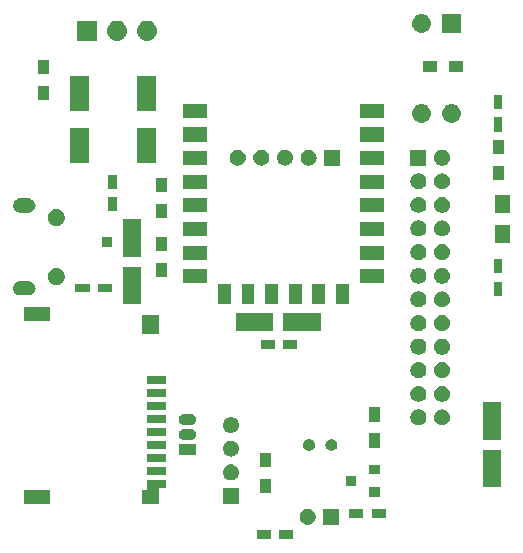
<source format=gbs>
G04 #@! TF.GenerationSoftware,KiCad,Pcbnew,(5.0.2)-1*
G04 #@! TF.CreationDate,2020-07-22T07:53:01+02:00*
G04 #@! TF.ProjectId,32mz_gauge_main_v31,33326d7a-5f67-4617-9567-655f6d61696e,rev?*
G04 #@! TF.SameCoordinates,Original*
G04 #@! TF.FileFunction,Soldermask,Bot*
G04 #@! TF.FilePolarity,Negative*
%FSLAX46Y46*%
G04 Gerber Fmt 4.6, Leading zero omitted, Abs format (unit mm)*
G04 Created by KiCad (PCBNEW (5.0.2)-1) date 7/22/2020 07:53:01*
%MOMM*%
%LPD*%
G01*
G04 APERTURE LIST*
%ADD10C,0.100000*%
G04 APERTURE END LIST*
D10*
G36*
X113246500Y-114675000D02*
X112046500Y-114675000D01*
X112046500Y-113925000D01*
X113246500Y-113925000D01*
X113246500Y-114675000D01*
X113246500Y-114675000D01*
G37*
G36*
X111346500Y-114675000D02*
X110146500Y-114675000D01*
X110146500Y-113925000D01*
X111346500Y-113925000D01*
X111346500Y-114675000D01*
X111346500Y-114675000D01*
G37*
G36*
X114591323Y-112110767D02*
X114718561Y-112149364D01*
X114835824Y-112212042D01*
X114938606Y-112296394D01*
X115022958Y-112399176D01*
X115085636Y-112516439D01*
X115124233Y-112643677D01*
X115137266Y-112776000D01*
X115124233Y-112908323D01*
X115085636Y-113035561D01*
X115022958Y-113152824D01*
X114938606Y-113255606D01*
X114835824Y-113339958D01*
X114718561Y-113402636D01*
X114591323Y-113441233D01*
X114492159Y-113451000D01*
X114425841Y-113451000D01*
X114326677Y-113441233D01*
X114199439Y-113402636D01*
X114082176Y-113339958D01*
X113979394Y-113255606D01*
X113895042Y-113152824D01*
X113832364Y-113035561D01*
X113793767Y-112908323D01*
X113780734Y-112776000D01*
X113793767Y-112643677D01*
X113832364Y-112516439D01*
X113895042Y-112399176D01*
X113979394Y-112296394D01*
X114082176Y-112212042D01*
X114199439Y-112149364D01*
X114326677Y-112110767D01*
X114425841Y-112101000D01*
X114492159Y-112101000D01*
X114591323Y-112110767D01*
X114591323Y-112110767D01*
G37*
G36*
X117134000Y-113451000D02*
X115784000Y-113451000D01*
X115784000Y-112101000D01*
X117134000Y-112101000D01*
X117134000Y-113451000D01*
X117134000Y-113451000D01*
G37*
G36*
X121057000Y-112897000D02*
X119857000Y-112897000D01*
X119857000Y-112147000D01*
X121057000Y-112147000D01*
X121057000Y-112897000D01*
X121057000Y-112897000D01*
G37*
G36*
X119157000Y-112897000D02*
X117957000Y-112897000D01*
X117957000Y-112147000D01*
X119157000Y-112147000D01*
X119157000Y-112897000D01*
X119157000Y-112897000D01*
G37*
G36*
X92622500Y-111728000D02*
X90422500Y-111728000D01*
X90422500Y-110528000D01*
X92622500Y-110528000D01*
X92622500Y-111728000D01*
X92622500Y-111728000D01*
G37*
G36*
X102422500Y-110328000D02*
X101947500Y-110328000D01*
X101923114Y-110330402D01*
X101899665Y-110337515D01*
X101878054Y-110349066D01*
X101859112Y-110364612D01*
X101843566Y-110383554D01*
X101832015Y-110405165D01*
X101824902Y-110428614D01*
X101822500Y-110453000D01*
X101822500Y-111728000D01*
X100422500Y-111728000D01*
X100422500Y-110528000D01*
X100697500Y-110528000D01*
X100721886Y-110525598D01*
X100745335Y-110518485D01*
X100766946Y-110506934D01*
X100785888Y-110491388D01*
X100801434Y-110472446D01*
X100812985Y-110450835D01*
X100820098Y-110427386D01*
X100822500Y-110403000D01*
X100822500Y-109628000D01*
X102422500Y-109628000D01*
X102422500Y-110328000D01*
X102422500Y-110328000D01*
G37*
G36*
X108625000Y-111673000D02*
X107275000Y-111673000D01*
X107275000Y-110323000D01*
X108625000Y-110323000D01*
X108625000Y-111673000D01*
X108625000Y-111673000D01*
G37*
G36*
X120576000Y-111078000D02*
X119676000Y-111078000D01*
X119676000Y-110278000D01*
X120576000Y-110278000D01*
X120576000Y-111078000D01*
X120576000Y-111078000D01*
G37*
G36*
X111321000Y-110793000D02*
X110421000Y-110793000D01*
X110421000Y-109593000D01*
X111321000Y-109593000D01*
X111321000Y-110793000D01*
X111321000Y-110793000D01*
G37*
G36*
X130798000Y-110280000D02*
X129298000Y-110280000D01*
X129298000Y-107080000D01*
X130798000Y-107080000D01*
X130798000Y-110280000D01*
X130798000Y-110280000D01*
G37*
G36*
X118576000Y-110128000D02*
X117676000Y-110128000D01*
X117676000Y-109328000D01*
X118576000Y-109328000D01*
X118576000Y-110128000D01*
X118576000Y-110128000D01*
G37*
G36*
X108082323Y-108332767D02*
X108209561Y-108371364D01*
X108326824Y-108434042D01*
X108429606Y-108518394D01*
X108513958Y-108621176D01*
X108576636Y-108738439D01*
X108615233Y-108865677D01*
X108628266Y-108998000D01*
X108615233Y-109130323D01*
X108576636Y-109257561D01*
X108513958Y-109374824D01*
X108429606Y-109477606D01*
X108326824Y-109561958D01*
X108209561Y-109624636D01*
X108082323Y-109663233D01*
X107983159Y-109673000D01*
X107916841Y-109673000D01*
X107817677Y-109663233D01*
X107690439Y-109624636D01*
X107573176Y-109561958D01*
X107470394Y-109477606D01*
X107386042Y-109374824D01*
X107323364Y-109257561D01*
X107284767Y-109130323D01*
X107271734Y-108998000D01*
X107284767Y-108865677D01*
X107323364Y-108738439D01*
X107386042Y-108621176D01*
X107470394Y-108518394D01*
X107573176Y-108434042D01*
X107690439Y-108371364D01*
X107817677Y-108332767D01*
X107916841Y-108323000D01*
X107983159Y-108323000D01*
X108082323Y-108332767D01*
X108082323Y-108332767D01*
G37*
G36*
X102422500Y-109228000D02*
X100822500Y-109228000D01*
X100822500Y-108528000D01*
X102422500Y-108528000D01*
X102422500Y-109228000D01*
X102422500Y-109228000D01*
G37*
G36*
X120576000Y-109178000D02*
X119676000Y-109178000D01*
X119676000Y-108378000D01*
X120576000Y-108378000D01*
X120576000Y-109178000D01*
X120576000Y-109178000D01*
G37*
G36*
X111321000Y-108593000D02*
X110421000Y-108593000D01*
X110421000Y-107393000D01*
X111321000Y-107393000D01*
X111321000Y-108593000D01*
X111321000Y-108593000D01*
G37*
G36*
X102422500Y-108128000D02*
X100822500Y-108128000D01*
X100822500Y-107428000D01*
X102422500Y-107428000D01*
X102422500Y-108128000D01*
X102422500Y-108128000D01*
G37*
G36*
X108082323Y-106332767D02*
X108209561Y-106371364D01*
X108326824Y-106434042D01*
X108429606Y-106518394D01*
X108513958Y-106621176D01*
X108576636Y-106738439D01*
X108615233Y-106865677D01*
X108628266Y-106998000D01*
X108615233Y-107130323D01*
X108576636Y-107257561D01*
X108513958Y-107374824D01*
X108429606Y-107477606D01*
X108326824Y-107561958D01*
X108209561Y-107624636D01*
X108082323Y-107663233D01*
X107983159Y-107673000D01*
X107916841Y-107673000D01*
X107817677Y-107663233D01*
X107690439Y-107624636D01*
X107573176Y-107561958D01*
X107470394Y-107477606D01*
X107386042Y-107374824D01*
X107323364Y-107257561D01*
X107284767Y-107130323D01*
X107271734Y-106998000D01*
X107284767Y-106865677D01*
X107323364Y-106738439D01*
X107386042Y-106621176D01*
X107470394Y-106518394D01*
X107573176Y-106434042D01*
X107690439Y-106371364D01*
X107817677Y-106332767D01*
X107916841Y-106323000D01*
X107983159Y-106323000D01*
X108082323Y-106332767D01*
X108082323Y-106332767D01*
G37*
G36*
X105017000Y-107511000D02*
X103517000Y-107511000D01*
X103517000Y-106611000D01*
X105017000Y-106611000D01*
X105017000Y-107511000D01*
X105017000Y-107511000D01*
G37*
G36*
X116599845Y-106199215D02*
X116690839Y-106236906D01*
X116696966Y-106241000D01*
X116772734Y-106291627D01*
X116842373Y-106361266D01*
X116842375Y-106361269D01*
X116897094Y-106443161D01*
X116934785Y-106534155D01*
X116950071Y-106611000D01*
X116954000Y-106630755D01*
X116954000Y-106729245D01*
X116934785Y-106825845D01*
X116897095Y-106916837D01*
X116842373Y-106998734D01*
X116772734Y-107068373D01*
X116772731Y-107068375D01*
X116690839Y-107123094D01*
X116690838Y-107123095D01*
X116690837Y-107123095D01*
X116673387Y-107130323D01*
X116599845Y-107160785D01*
X116503246Y-107180000D01*
X116404754Y-107180000D01*
X116308155Y-107160785D01*
X116234613Y-107130323D01*
X116217163Y-107123095D01*
X116217162Y-107123095D01*
X116217161Y-107123094D01*
X116135269Y-107068375D01*
X116135266Y-107068373D01*
X116065627Y-106998734D01*
X116010905Y-106916837D01*
X115973215Y-106825845D01*
X115954000Y-106729245D01*
X115954000Y-106630755D01*
X115957930Y-106611000D01*
X115973215Y-106534155D01*
X116010906Y-106443161D01*
X116065625Y-106361269D01*
X116065627Y-106361266D01*
X116135266Y-106291627D01*
X116211034Y-106241000D01*
X116217161Y-106236906D01*
X116308155Y-106199215D01*
X116404754Y-106180000D01*
X116503246Y-106180000D01*
X116599845Y-106199215D01*
X116599845Y-106199215D01*
G37*
G36*
X114699845Y-106199215D02*
X114790839Y-106236906D01*
X114796966Y-106241000D01*
X114872734Y-106291627D01*
X114942373Y-106361266D01*
X114942375Y-106361269D01*
X114997094Y-106443161D01*
X115034785Y-106534155D01*
X115050071Y-106611000D01*
X115054000Y-106630755D01*
X115054000Y-106729245D01*
X115034785Y-106825845D01*
X114997095Y-106916837D01*
X114942373Y-106998734D01*
X114872734Y-107068373D01*
X114872731Y-107068375D01*
X114790839Y-107123094D01*
X114790838Y-107123095D01*
X114790837Y-107123095D01*
X114773387Y-107130323D01*
X114699845Y-107160785D01*
X114603246Y-107180000D01*
X114504754Y-107180000D01*
X114408155Y-107160785D01*
X114334613Y-107130323D01*
X114317163Y-107123095D01*
X114317162Y-107123095D01*
X114317161Y-107123094D01*
X114235269Y-107068375D01*
X114235266Y-107068373D01*
X114165627Y-106998734D01*
X114110905Y-106916837D01*
X114073215Y-106825845D01*
X114054000Y-106729245D01*
X114054000Y-106630755D01*
X114057930Y-106611000D01*
X114073215Y-106534155D01*
X114110906Y-106443161D01*
X114165625Y-106361269D01*
X114165627Y-106361266D01*
X114235266Y-106291627D01*
X114311034Y-106241000D01*
X114317161Y-106236906D01*
X114408155Y-106199215D01*
X114504754Y-106180000D01*
X114603246Y-106180000D01*
X114699845Y-106199215D01*
X114699845Y-106199215D01*
G37*
G36*
X102422500Y-107028000D02*
X100822500Y-107028000D01*
X100822500Y-106328000D01*
X102422500Y-106328000D01*
X102422500Y-107028000D01*
X102422500Y-107028000D01*
G37*
G36*
X120528500Y-106919500D02*
X119628500Y-106919500D01*
X119628500Y-105719500D01*
X120528500Y-105719500D01*
X120528500Y-106919500D01*
X120528500Y-106919500D01*
G37*
G36*
X130798000Y-106280000D02*
X129298000Y-106280000D01*
X129298000Y-103080000D01*
X130798000Y-103080000D01*
X130798000Y-106280000D01*
X130798000Y-106280000D01*
G37*
G36*
X104622160Y-105344255D02*
X104655215Y-105347511D01*
X104697628Y-105360377D01*
X104740042Y-105373243D01*
X104818217Y-105415029D01*
X104886738Y-105471262D01*
X104942971Y-105539783D01*
X104984757Y-105617958D01*
X105010489Y-105702786D01*
X105019177Y-105791000D01*
X105010489Y-105879214D01*
X104984757Y-105964042D01*
X104942971Y-106042217D01*
X104886738Y-106110738D01*
X104818217Y-106166971D01*
X104740042Y-106208757D01*
X104697628Y-106221623D01*
X104655215Y-106234489D01*
X104630684Y-106236905D01*
X104589106Y-106241000D01*
X103944894Y-106241000D01*
X103903316Y-106236905D01*
X103878785Y-106234489D01*
X103836372Y-106221623D01*
X103793958Y-106208757D01*
X103715783Y-106166971D01*
X103647262Y-106110738D01*
X103591029Y-106042217D01*
X103549243Y-105964042D01*
X103523511Y-105879214D01*
X103514823Y-105791000D01*
X103523511Y-105702786D01*
X103549243Y-105617958D01*
X103591029Y-105539783D01*
X103647262Y-105471262D01*
X103715783Y-105415029D01*
X103793958Y-105373243D01*
X103836372Y-105360377D01*
X103878785Y-105347511D01*
X103911840Y-105344255D01*
X103944894Y-105341000D01*
X104589106Y-105341000D01*
X104622160Y-105344255D01*
X104622160Y-105344255D01*
G37*
G36*
X102422500Y-105928000D02*
X100822500Y-105928000D01*
X100822500Y-105228000D01*
X102422500Y-105228000D01*
X102422500Y-105928000D01*
X102422500Y-105928000D01*
G37*
G36*
X108082323Y-104332767D02*
X108209561Y-104371364D01*
X108326824Y-104434042D01*
X108429606Y-104518394D01*
X108513958Y-104621176D01*
X108576636Y-104738439D01*
X108615233Y-104865677D01*
X108628266Y-104998000D01*
X108615233Y-105130323D01*
X108576636Y-105257561D01*
X108513958Y-105374824D01*
X108429606Y-105477606D01*
X108326824Y-105561958D01*
X108209561Y-105624636D01*
X108082323Y-105663233D01*
X107983159Y-105673000D01*
X107916841Y-105673000D01*
X107817677Y-105663233D01*
X107690439Y-105624636D01*
X107573176Y-105561958D01*
X107470394Y-105477606D01*
X107386042Y-105374824D01*
X107323364Y-105257561D01*
X107284767Y-105130323D01*
X107271734Y-104998000D01*
X107284767Y-104865677D01*
X107323364Y-104738439D01*
X107386042Y-104621176D01*
X107470394Y-104518394D01*
X107573176Y-104434042D01*
X107690439Y-104371364D01*
X107817677Y-104332767D01*
X107916841Y-104323000D01*
X107983159Y-104323000D01*
X108082323Y-104332767D01*
X108082323Y-104332767D01*
G37*
G36*
X126021888Y-103710439D02*
X126144733Y-103761323D01*
X126255290Y-103835195D01*
X126349305Y-103929210D01*
X126423177Y-104039767D01*
X126474061Y-104162612D01*
X126500000Y-104293017D01*
X126500000Y-104425983D01*
X126474061Y-104556388D01*
X126423177Y-104679233D01*
X126349305Y-104789790D01*
X126255290Y-104883805D01*
X126144733Y-104957677D01*
X126021888Y-105008561D01*
X125891483Y-105034500D01*
X125758517Y-105034500D01*
X125628112Y-105008561D01*
X125505267Y-104957677D01*
X125394710Y-104883805D01*
X125300695Y-104789790D01*
X125226823Y-104679233D01*
X125175939Y-104556388D01*
X125150000Y-104425983D01*
X125150000Y-104293017D01*
X125175939Y-104162612D01*
X125226823Y-104039767D01*
X125300695Y-103929210D01*
X125394710Y-103835195D01*
X125505267Y-103761323D01*
X125628112Y-103710439D01*
X125758517Y-103684500D01*
X125891483Y-103684500D01*
X126021888Y-103710439D01*
X126021888Y-103710439D01*
G37*
G36*
X124021888Y-103710439D02*
X124144733Y-103761323D01*
X124255290Y-103835195D01*
X124349305Y-103929210D01*
X124423177Y-104039767D01*
X124474061Y-104162612D01*
X124500000Y-104293017D01*
X124500000Y-104425983D01*
X124474061Y-104556388D01*
X124423177Y-104679233D01*
X124349305Y-104789790D01*
X124255290Y-104883805D01*
X124144733Y-104957677D01*
X124021888Y-105008561D01*
X123891483Y-105034500D01*
X123758517Y-105034500D01*
X123628112Y-105008561D01*
X123505267Y-104957677D01*
X123394710Y-104883805D01*
X123300695Y-104789790D01*
X123226823Y-104679233D01*
X123175939Y-104556388D01*
X123150000Y-104425983D01*
X123150000Y-104293017D01*
X123175939Y-104162612D01*
X123226823Y-104039767D01*
X123300695Y-103929210D01*
X123394710Y-103835195D01*
X123505267Y-103761323D01*
X123628112Y-103710439D01*
X123758517Y-103684500D01*
X123891483Y-103684500D01*
X124021888Y-103710439D01*
X124021888Y-103710439D01*
G37*
G36*
X104622160Y-104074255D02*
X104655215Y-104077511D01*
X104697628Y-104090377D01*
X104740042Y-104103243D01*
X104818217Y-104145029D01*
X104886738Y-104201262D01*
X104942971Y-104269783D01*
X104984757Y-104347958D01*
X104984757Y-104347959D01*
X105010489Y-104432785D01*
X105019177Y-104521000D01*
X105010489Y-104609215D01*
X105006860Y-104621178D01*
X104984757Y-104694042D01*
X104942971Y-104772217D01*
X104886738Y-104840738D01*
X104818217Y-104896971D01*
X104740042Y-104938757D01*
X104697628Y-104951623D01*
X104655215Y-104964489D01*
X104622160Y-104967744D01*
X104589106Y-104971000D01*
X103944894Y-104971000D01*
X103911840Y-104967744D01*
X103878785Y-104964489D01*
X103836372Y-104951623D01*
X103793958Y-104938757D01*
X103715783Y-104896971D01*
X103647262Y-104840738D01*
X103591029Y-104772217D01*
X103549243Y-104694042D01*
X103527140Y-104621178D01*
X103523511Y-104609215D01*
X103514823Y-104521000D01*
X103523511Y-104432785D01*
X103549243Y-104347959D01*
X103549243Y-104347958D01*
X103591029Y-104269783D01*
X103647262Y-104201262D01*
X103715783Y-104145029D01*
X103793958Y-104103243D01*
X103836372Y-104090377D01*
X103878785Y-104077511D01*
X103911840Y-104074255D01*
X103944894Y-104071000D01*
X104589106Y-104071000D01*
X104622160Y-104074255D01*
X104622160Y-104074255D01*
G37*
G36*
X102422500Y-104828000D02*
X100822500Y-104828000D01*
X100822500Y-104128000D01*
X102422500Y-104128000D01*
X102422500Y-104828000D01*
X102422500Y-104828000D01*
G37*
G36*
X120528500Y-104719500D02*
X119628500Y-104719500D01*
X119628500Y-103519500D01*
X120528500Y-103519500D01*
X120528500Y-104719500D01*
X120528500Y-104719500D01*
G37*
G36*
X102422500Y-103728000D02*
X100822500Y-103728000D01*
X100822500Y-103028000D01*
X102422500Y-103028000D01*
X102422500Y-103728000D01*
X102422500Y-103728000D01*
G37*
G36*
X126021888Y-101710439D02*
X126144733Y-101761323D01*
X126255290Y-101835195D01*
X126349305Y-101929210D01*
X126423177Y-102039767D01*
X126474061Y-102162612D01*
X126500000Y-102293017D01*
X126500000Y-102425983D01*
X126474061Y-102556388D01*
X126423177Y-102679233D01*
X126349305Y-102789790D01*
X126255290Y-102883805D01*
X126144733Y-102957677D01*
X126021888Y-103008561D01*
X125891483Y-103034500D01*
X125758517Y-103034500D01*
X125628112Y-103008561D01*
X125505267Y-102957677D01*
X125394710Y-102883805D01*
X125300695Y-102789790D01*
X125226823Y-102679233D01*
X125175939Y-102556388D01*
X125150000Y-102425983D01*
X125150000Y-102293017D01*
X125175939Y-102162612D01*
X125226823Y-102039767D01*
X125300695Y-101929210D01*
X125394710Y-101835195D01*
X125505267Y-101761323D01*
X125628112Y-101710439D01*
X125758517Y-101684500D01*
X125891483Y-101684500D01*
X126021888Y-101710439D01*
X126021888Y-101710439D01*
G37*
G36*
X124021888Y-101710439D02*
X124144733Y-101761323D01*
X124255290Y-101835195D01*
X124349305Y-101929210D01*
X124423177Y-102039767D01*
X124474061Y-102162612D01*
X124500000Y-102293017D01*
X124500000Y-102425983D01*
X124474061Y-102556388D01*
X124423177Y-102679233D01*
X124349305Y-102789790D01*
X124255290Y-102883805D01*
X124144733Y-102957677D01*
X124021888Y-103008561D01*
X123891483Y-103034500D01*
X123758517Y-103034500D01*
X123628112Y-103008561D01*
X123505267Y-102957677D01*
X123394710Y-102883805D01*
X123300695Y-102789790D01*
X123226823Y-102679233D01*
X123175939Y-102556388D01*
X123150000Y-102425983D01*
X123150000Y-102293017D01*
X123175939Y-102162612D01*
X123226823Y-102039767D01*
X123300695Y-101929210D01*
X123394710Y-101835195D01*
X123505267Y-101761323D01*
X123628112Y-101710439D01*
X123758517Y-101684500D01*
X123891483Y-101684500D01*
X124021888Y-101710439D01*
X124021888Y-101710439D01*
G37*
G36*
X102422500Y-102628000D02*
X100822500Y-102628000D01*
X100822500Y-101928000D01*
X102422500Y-101928000D01*
X102422500Y-102628000D01*
X102422500Y-102628000D01*
G37*
G36*
X102422500Y-101528000D02*
X100822500Y-101528000D01*
X100822500Y-100828000D01*
X102422500Y-100828000D01*
X102422500Y-101528000D01*
X102422500Y-101528000D01*
G37*
G36*
X126021888Y-99710439D02*
X126144733Y-99761323D01*
X126255290Y-99835195D01*
X126349305Y-99929210D01*
X126423177Y-100039767D01*
X126474061Y-100162612D01*
X126500000Y-100293017D01*
X126500000Y-100425983D01*
X126474061Y-100556388D01*
X126423177Y-100679233D01*
X126349305Y-100789790D01*
X126255290Y-100883805D01*
X126144733Y-100957677D01*
X126021888Y-101008561D01*
X125891483Y-101034500D01*
X125758517Y-101034500D01*
X125628112Y-101008561D01*
X125505267Y-100957677D01*
X125394710Y-100883805D01*
X125300695Y-100789790D01*
X125226823Y-100679233D01*
X125175939Y-100556388D01*
X125150000Y-100425983D01*
X125150000Y-100293017D01*
X125175939Y-100162612D01*
X125226823Y-100039767D01*
X125300695Y-99929210D01*
X125394710Y-99835195D01*
X125505267Y-99761323D01*
X125628112Y-99710439D01*
X125758517Y-99684500D01*
X125891483Y-99684500D01*
X126021888Y-99710439D01*
X126021888Y-99710439D01*
G37*
G36*
X124021888Y-99710439D02*
X124144733Y-99761323D01*
X124255290Y-99835195D01*
X124349305Y-99929210D01*
X124423177Y-100039767D01*
X124474061Y-100162612D01*
X124500000Y-100293017D01*
X124500000Y-100425983D01*
X124474061Y-100556388D01*
X124423177Y-100679233D01*
X124349305Y-100789790D01*
X124255290Y-100883805D01*
X124144733Y-100957677D01*
X124021888Y-101008561D01*
X123891483Y-101034500D01*
X123758517Y-101034500D01*
X123628112Y-101008561D01*
X123505267Y-100957677D01*
X123394710Y-100883805D01*
X123300695Y-100789790D01*
X123226823Y-100679233D01*
X123175939Y-100556388D01*
X123150000Y-100425983D01*
X123150000Y-100293017D01*
X123175939Y-100162612D01*
X123226823Y-100039767D01*
X123300695Y-99929210D01*
X123394710Y-99835195D01*
X123505267Y-99761323D01*
X123628112Y-99710439D01*
X123758517Y-99684500D01*
X123891483Y-99684500D01*
X124021888Y-99710439D01*
X124021888Y-99710439D01*
G37*
G36*
X126021888Y-97710439D02*
X126144733Y-97761323D01*
X126255290Y-97835195D01*
X126349305Y-97929210D01*
X126423177Y-98039767D01*
X126474061Y-98162612D01*
X126500000Y-98293017D01*
X126500000Y-98425983D01*
X126474061Y-98556388D01*
X126423177Y-98679233D01*
X126349305Y-98789790D01*
X126255290Y-98883805D01*
X126144733Y-98957677D01*
X126021888Y-99008561D01*
X125891483Y-99034500D01*
X125758517Y-99034500D01*
X125628112Y-99008561D01*
X125505267Y-98957677D01*
X125394710Y-98883805D01*
X125300695Y-98789790D01*
X125226823Y-98679233D01*
X125175939Y-98556388D01*
X125150000Y-98425983D01*
X125150000Y-98293017D01*
X125175939Y-98162612D01*
X125226823Y-98039767D01*
X125300695Y-97929210D01*
X125394710Y-97835195D01*
X125505267Y-97761323D01*
X125628112Y-97710439D01*
X125758517Y-97684500D01*
X125891483Y-97684500D01*
X126021888Y-97710439D01*
X126021888Y-97710439D01*
G37*
G36*
X124021888Y-97710439D02*
X124144733Y-97761323D01*
X124255290Y-97835195D01*
X124349305Y-97929210D01*
X124423177Y-98039767D01*
X124474061Y-98162612D01*
X124500000Y-98293017D01*
X124500000Y-98425983D01*
X124474061Y-98556388D01*
X124423177Y-98679233D01*
X124349305Y-98789790D01*
X124255290Y-98883805D01*
X124144733Y-98957677D01*
X124021888Y-99008561D01*
X123891483Y-99034500D01*
X123758517Y-99034500D01*
X123628112Y-99008561D01*
X123505267Y-98957677D01*
X123394710Y-98883805D01*
X123300695Y-98789790D01*
X123226823Y-98679233D01*
X123175939Y-98556388D01*
X123150000Y-98425983D01*
X123150000Y-98293017D01*
X123175939Y-98162612D01*
X123226823Y-98039767D01*
X123300695Y-97929210D01*
X123394710Y-97835195D01*
X123505267Y-97761323D01*
X123628112Y-97710439D01*
X123758517Y-97684500D01*
X123891483Y-97684500D01*
X124021888Y-97710439D01*
X124021888Y-97710439D01*
G37*
G36*
X113564000Y-98546000D02*
X112364000Y-98546000D01*
X112364000Y-97796000D01*
X113564000Y-97796000D01*
X113564000Y-98546000D01*
X113564000Y-98546000D01*
G37*
G36*
X111664000Y-98546000D02*
X110464000Y-98546000D01*
X110464000Y-97796000D01*
X111664000Y-97796000D01*
X111664000Y-98546000D01*
X111664000Y-98546000D01*
G37*
G36*
X101822500Y-97328000D02*
X100422500Y-97328000D01*
X100422500Y-95728000D01*
X101822500Y-95728000D01*
X101822500Y-97328000D01*
X101822500Y-97328000D01*
G37*
G36*
X126021888Y-95710439D02*
X126144733Y-95761323D01*
X126255290Y-95835195D01*
X126349305Y-95929210D01*
X126423177Y-96039767D01*
X126474061Y-96162612D01*
X126500000Y-96293017D01*
X126500000Y-96425983D01*
X126474061Y-96556388D01*
X126423177Y-96679233D01*
X126349305Y-96789790D01*
X126255290Y-96883805D01*
X126144733Y-96957677D01*
X126021888Y-97008561D01*
X125891483Y-97034500D01*
X125758517Y-97034500D01*
X125628112Y-97008561D01*
X125505267Y-96957677D01*
X125394710Y-96883805D01*
X125300695Y-96789790D01*
X125226823Y-96679233D01*
X125175939Y-96556388D01*
X125150000Y-96425983D01*
X125150000Y-96293017D01*
X125175939Y-96162612D01*
X125226823Y-96039767D01*
X125300695Y-95929210D01*
X125394710Y-95835195D01*
X125505267Y-95761323D01*
X125628112Y-95710439D01*
X125758517Y-95684500D01*
X125891483Y-95684500D01*
X126021888Y-95710439D01*
X126021888Y-95710439D01*
G37*
G36*
X124021888Y-95710439D02*
X124144733Y-95761323D01*
X124255290Y-95835195D01*
X124349305Y-95929210D01*
X124423177Y-96039767D01*
X124474061Y-96162612D01*
X124500000Y-96293017D01*
X124500000Y-96425983D01*
X124474061Y-96556388D01*
X124423177Y-96679233D01*
X124349305Y-96789790D01*
X124255290Y-96883805D01*
X124144733Y-96957677D01*
X124021888Y-97008561D01*
X123891483Y-97034500D01*
X123758517Y-97034500D01*
X123628112Y-97008561D01*
X123505267Y-96957677D01*
X123394710Y-96883805D01*
X123300695Y-96789790D01*
X123226823Y-96679233D01*
X123175939Y-96556388D01*
X123150000Y-96425983D01*
X123150000Y-96293017D01*
X123175939Y-96162612D01*
X123226823Y-96039767D01*
X123300695Y-95929210D01*
X123394710Y-95835195D01*
X123505267Y-95761323D01*
X123628112Y-95710439D01*
X123758517Y-95684500D01*
X123891483Y-95684500D01*
X124021888Y-95710439D01*
X124021888Y-95710439D01*
G37*
G36*
X115550500Y-97016000D02*
X112350500Y-97016000D01*
X112350500Y-95516000D01*
X115550500Y-95516000D01*
X115550500Y-97016000D01*
X115550500Y-97016000D01*
G37*
G36*
X111550500Y-97016000D02*
X108350500Y-97016000D01*
X108350500Y-95516000D01*
X111550500Y-95516000D01*
X111550500Y-97016000D01*
X111550500Y-97016000D01*
G37*
G36*
X92622500Y-96228000D02*
X90422500Y-96228000D01*
X90422500Y-95028000D01*
X92622500Y-95028000D01*
X92622500Y-96228000D01*
X92622500Y-96228000D01*
G37*
G36*
X124021888Y-93710439D02*
X124144733Y-93761323D01*
X124255290Y-93835195D01*
X124349305Y-93929210D01*
X124423177Y-94039767D01*
X124474061Y-94162612D01*
X124500000Y-94293017D01*
X124500000Y-94425983D01*
X124474061Y-94556388D01*
X124423177Y-94679233D01*
X124349305Y-94789790D01*
X124255290Y-94883805D01*
X124144733Y-94957677D01*
X124021888Y-95008561D01*
X123891483Y-95034500D01*
X123758517Y-95034500D01*
X123628112Y-95008561D01*
X123505267Y-94957677D01*
X123394710Y-94883805D01*
X123300695Y-94789790D01*
X123226823Y-94679233D01*
X123175939Y-94556388D01*
X123150000Y-94425983D01*
X123150000Y-94293017D01*
X123175939Y-94162612D01*
X123226823Y-94039767D01*
X123300695Y-93929210D01*
X123394710Y-93835195D01*
X123505267Y-93761323D01*
X123628112Y-93710439D01*
X123758517Y-93684500D01*
X123891483Y-93684500D01*
X124021888Y-93710439D01*
X124021888Y-93710439D01*
G37*
G36*
X126021888Y-93710439D02*
X126144733Y-93761323D01*
X126255290Y-93835195D01*
X126349305Y-93929210D01*
X126423177Y-94039767D01*
X126474061Y-94162612D01*
X126500000Y-94293017D01*
X126500000Y-94425983D01*
X126474061Y-94556388D01*
X126423177Y-94679233D01*
X126349305Y-94789790D01*
X126255290Y-94883805D01*
X126144733Y-94957677D01*
X126021888Y-95008561D01*
X125891483Y-95034500D01*
X125758517Y-95034500D01*
X125628112Y-95008561D01*
X125505267Y-94957677D01*
X125394710Y-94883805D01*
X125300695Y-94789790D01*
X125226823Y-94679233D01*
X125175939Y-94556388D01*
X125150000Y-94425983D01*
X125150000Y-94293017D01*
X125175939Y-94162612D01*
X125226823Y-94039767D01*
X125300695Y-93929210D01*
X125394710Y-93835195D01*
X125505267Y-93761323D01*
X125628112Y-93710439D01*
X125758517Y-93684500D01*
X125891483Y-93684500D01*
X126021888Y-93710439D01*
X126021888Y-93710439D01*
G37*
G36*
X100318000Y-94786000D02*
X98818000Y-94786000D01*
X98818000Y-91586000D01*
X100318000Y-91586000D01*
X100318000Y-94786000D01*
X100318000Y-94786000D01*
G37*
G36*
X115945000Y-94757500D02*
X114845000Y-94757500D01*
X114845000Y-93057500D01*
X115945000Y-93057500D01*
X115945000Y-94757500D01*
X115945000Y-94757500D01*
G37*
G36*
X117945000Y-94757500D02*
X116845000Y-94757500D01*
X116845000Y-93057500D01*
X117945000Y-93057500D01*
X117945000Y-94757500D01*
X117945000Y-94757500D01*
G37*
G36*
X113945000Y-94757500D02*
X112845000Y-94757500D01*
X112845000Y-93057500D01*
X113945000Y-93057500D01*
X113945000Y-94757500D01*
X113945000Y-94757500D01*
G37*
G36*
X111945000Y-94757500D02*
X110845000Y-94757500D01*
X110845000Y-93057500D01*
X111945000Y-93057500D01*
X111945000Y-94757500D01*
X111945000Y-94757500D01*
G37*
G36*
X109945000Y-94757500D02*
X108845000Y-94757500D01*
X108845000Y-93057500D01*
X109945000Y-93057500D01*
X109945000Y-94757500D01*
X109945000Y-94757500D01*
G37*
G36*
X107945000Y-94757500D02*
X106845000Y-94757500D01*
X106845000Y-93057500D01*
X107945000Y-93057500D01*
X107945000Y-94757500D01*
X107945000Y-94757500D01*
G37*
G36*
X130931000Y-94069500D02*
X130181000Y-94069500D01*
X130181000Y-92869500D01*
X130931000Y-92869500D01*
X130931000Y-94069500D01*
X130931000Y-94069500D01*
G37*
G36*
X90922621Y-92824682D02*
X91035721Y-92858990D01*
X91139955Y-92914704D01*
X91231317Y-92989683D01*
X91306296Y-93081045D01*
X91362010Y-93185279D01*
X91396318Y-93298379D01*
X91407903Y-93416000D01*
X91396318Y-93533621D01*
X91362010Y-93646721D01*
X91306296Y-93750955D01*
X91231317Y-93842317D01*
X91139955Y-93917296D01*
X91035721Y-93973010D01*
X90922621Y-94007318D01*
X90834474Y-94016000D01*
X90075526Y-94016000D01*
X89987379Y-94007318D01*
X89874279Y-93973010D01*
X89770045Y-93917296D01*
X89678683Y-93842317D01*
X89603704Y-93750955D01*
X89547990Y-93646721D01*
X89513682Y-93533621D01*
X89502097Y-93416000D01*
X89513682Y-93298379D01*
X89547990Y-93185279D01*
X89603704Y-93081045D01*
X89678683Y-92989683D01*
X89770045Y-92914704D01*
X89874279Y-92858990D01*
X89987379Y-92824682D01*
X90075526Y-92816000D01*
X90834474Y-92816000D01*
X90922621Y-92824682D01*
X90922621Y-92824682D01*
G37*
G36*
X95979500Y-93783500D02*
X94779500Y-93783500D01*
X94779500Y-93033500D01*
X95979500Y-93033500D01*
X95979500Y-93783500D01*
X95979500Y-93783500D01*
G37*
G36*
X97879500Y-93783500D02*
X96679500Y-93783500D01*
X96679500Y-93033500D01*
X97879500Y-93033500D01*
X97879500Y-93783500D01*
X97879500Y-93783500D01*
G37*
G36*
X93282434Y-91702144D02*
X93366475Y-91718861D01*
X93498416Y-91773513D01*
X93498417Y-91773514D01*
X93617164Y-91852858D01*
X93718142Y-91953836D01*
X93718144Y-91953839D01*
X93797487Y-92072584D01*
X93852139Y-92204525D01*
X93868856Y-92288566D01*
X93880000Y-92344592D01*
X93880000Y-92487408D01*
X93868856Y-92543434D01*
X93852139Y-92627475D01*
X93797487Y-92759416D01*
X93730954Y-92858990D01*
X93718142Y-92878164D01*
X93617164Y-92979142D01*
X93617161Y-92979144D01*
X93498416Y-93058487D01*
X93366475Y-93113139D01*
X93282434Y-93129856D01*
X93226408Y-93141000D01*
X93083592Y-93141000D01*
X93027566Y-93129856D01*
X92943525Y-93113139D01*
X92811584Y-93058487D01*
X92692839Y-92979144D01*
X92692836Y-92979142D01*
X92591858Y-92878164D01*
X92579046Y-92858990D01*
X92512513Y-92759416D01*
X92457861Y-92627475D01*
X92441144Y-92543434D01*
X92430000Y-92487408D01*
X92430000Y-92344592D01*
X92441144Y-92288566D01*
X92457861Y-92204525D01*
X92512513Y-92072584D01*
X92591856Y-91953839D01*
X92591858Y-91953836D01*
X92692836Y-91852858D01*
X92811583Y-91773514D01*
X92811584Y-91773513D01*
X92943525Y-91718861D01*
X93027566Y-91702144D01*
X93083592Y-91691000D01*
X93226408Y-91691000D01*
X93282434Y-91702144D01*
X93282434Y-91702144D01*
G37*
G36*
X126021888Y-91710439D02*
X126144733Y-91761323D01*
X126255290Y-91835195D01*
X126349305Y-91929210D01*
X126423177Y-92039767D01*
X126474061Y-92162612D01*
X126500000Y-92293017D01*
X126500000Y-92425983D01*
X126474061Y-92556388D01*
X126423177Y-92679233D01*
X126349305Y-92789790D01*
X126255290Y-92883805D01*
X126144733Y-92957677D01*
X126021888Y-93008561D01*
X125891483Y-93034500D01*
X125758517Y-93034500D01*
X125628112Y-93008561D01*
X125505267Y-92957677D01*
X125394710Y-92883805D01*
X125300695Y-92789790D01*
X125226823Y-92679233D01*
X125175939Y-92556388D01*
X125150000Y-92425983D01*
X125150000Y-92293017D01*
X125175939Y-92162612D01*
X125226823Y-92039767D01*
X125300695Y-91929210D01*
X125394710Y-91835195D01*
X125505267Y-91761323D01*
X125628112Y-91710439D01*
X125758517Y-91684500D01*
X125891483Y-91684500D01*
X126021888Y-91710439D01*
X126021888Y-91710439D01*
G37*
G36*
X124021888Y-91710439D02*
X124144733Y-91761323D01*
X124255290Y-91835195D01*
X124349305Y-91929210D01*
X124423177Y-92039767D01*
X124474061Y-92162612D01*
X124500000Y-92293017D01*
X124500000Y-92425983D01*
X124474061Y-92556388D01*
X124423177Y-92679233D01*
X124349305Y-92789790D01*
X124255290Y-92883805D01*
X124144733Y-92957677D01*
X124021888Y-93008561D01*
X123891483Y-93034500D01*
X123758517Y-93034500D01*
X123628112Y-93008561D01*
X123505267Y-92957677D01*
X123394710Y-92883805D01*
X123300695Y-92789790D01*
X123226823Y-92679233D01*
X123175939Y-92556388D01*
X123150000Y-92425983D01*
X123150000Y-92293017D01*
X123175939Y-92162612D01*
X123226823Y-92039767D01*
X123300695Y-91929210D01*
X123394710Y-91835195D01*
X123505267Y-91761323D01*
X123628112Y-91710439D01*
X123758517Y-91684500D01*
X123891483Y-91684500D01*
X124021888Y-91710439D01*
X124021888Y-91710439D01*
G37*
G36*
X120895000Y-93007500D02*
X118895000Y-93007500D01*
X118895000Y-91807500D01*
X120895000Y-91807500D01*
X120895000Y-93007500D01*
X120895000Y-93007500D01*
G37*
G36*
X105895000Y-93007500D02*
X103895000Y-93007500D01*
X103895000Y-91807500D01*
X105895000Y-91807500D01*
X105895000Y-93007500D01*
X105895000Y-93007500D01*
G37*
G36*
X102494500Y-92505000D02*
X101594500Y-92505000D01*
X101594500Y-91305000D01*
X102494500Y-91305000D01*
X102494500Y-92505000D01*
X102494500Y-92505000D01*
G37*
G36*
X130931000Y-92169500D02*
X130181000Y-92169500D01*
X130181000Y-90969500D01*
X130931000Y-90969500D01*
X130931000Y-92169500D01*
X130931000Y-92169500D01*
G37*
G36*
X126021888Y-89710439D02*
X126144733Y-89761323D01*
X126255290Y-89835195D01*
X126349305Y-89929210D01*
X126423177Y-90039767D01*
X126474061Y-90162612D01*
X126500000Y-90293017D01*
X126500000Y-90425983D01*
X126474061Y-90556388D01*
X126423177Y-90679233D01*
X126349305Y-90789790D01*
X126255290Y-90883805D01*
X126144733Y-90957677D01*
X126021888Y-91008561D01*
X125891483Y-91034500D01*
X125758517Y-91034500D01*
X125628112Y-91008561D01*
X125505267Y-90957677D01*
X125394710Y-90883805D01*
X125300695Y-90789790D01*
X125226823Y-90679233D01*
X125175939Y-90556388D01*
X125150000Y-90425983D01*
X125150000Y-90293017D01*
X125175939Y-90162612D01*
X125226823Y-90039767D01*
X125300695Y-89929210D01*
X125394710Y-89835195D01*
X125505267Y-89761323D01*
X125628112Y-89710439D01*
X125758517Y-89684500D01*
X125891483Y-89684500D01*
X126021888Y-89710439D01*
X126021888Y-89710439D01*
G37*
G36*
X124021888Y-89710439D02*
X124144733Y-89761323D01*
X124255290Y-89835195D01*
X124349305Y-89929210D01*
X124423177Y-90039767D01*
X124474061Y-90162612D01*
X124500000Y-90293017D01*
X124500000Y-90425983D01*
X124474061Y-90556388D01*
X124423177Y-90679233D01*
X124349305Y-90789790D01*
X124255290Y-90883805D01*
X124144733Y-90957677D01*
X124021888Y-91008561D01*
X123891483Y-91034500D01*
X123758517Y-91034500D01*
X123628112Y-91008561D01*
X123505267Y-90957677D01*
X123394710Y-90883805D01*
X123300695Y-90789790D01*
X123226823Y-90679233D01*
X123175939Y-90556388D01*
X123150000Y-90425983D01*
X123150000Y-90293017D01*
X123175939Y-90162612D01*
X123226823Y-90039767D01*
X123300695Y-89929210D01*
X123394710Y-89835195D01*
X123505267Y-89761323D01*
X123628112Y-89710439D01*
X123758517Y-89684500D01*
X123891483Y-89684500D01*
X124021888Y-89710439D01*
X124021888Y-89710439D01*
G37*
G36*
X105895000Y-91007500D02*
X103895000Y-91007500D01*
X103895000Y-89807500D01*
X105895000Y-89807500D01*
X105895000Y-91007500D01*
X105895000Y-91007500D01*
G37*
G36*
X120895000Y-91007500D02*
X118895000Y-91007500D01*
X118895000Y-89807500D01*
X120895000Y-89807500D01*
X120895000Y-91007500D01*
X120895000Y-91007500D01*
G37*
G36*
X100318000Y-90786000D02*
X98818000Y-90786000D01*
X98818000Y-87586000D01*
X100318000Y-87586000D01*
X100318000Y-90786000D01*
X100318000Y-90786000D01*
G37*
G36*
X102494500Y-90305000D02*
X101594500Y-90305000D01*
X101594500Y-89105000D01*
X102494500Y-89105000D01*
X102494500Y-90305000D01*
X102494500Y-90305000D01*
G37*
G36*
X97897500Y-89960000D02*
X97047500Y-89960000D01*
X97047500Y-89110000D01*
X97897500Y-89110000D01*
X97897500Y-89960000D01*
X97897500Y-89960000D01*
G37*
G36*
X131562000Y-89566500D02*
X130312000Y-89566500D01*
X130312000Y-88066500D01*
X131562000Y-88066500D01*
X131562000Y-89566500D01*
X131562000Y-89566500D01*
G37*
G36*
X124021888Y-87710439D02*
X124144733Y-87761323D01*
X124255290Y-87835195D01*
X124349305Y-87929210D01*
X124423177Y-88039767D01*
X124474061Y-88162612D01*
X124500000Y-88293017D01*
X124500000Y-88425983D01*
X124474061Y-88556388D01*
X124423177Y-88679233D01*
X124349305Y-88789790D01*
X124255290Y-88883805D01*
X124144733Y-88957677D01*
X124021888Y-89008561D01*
X123891483Y-89034500D01*
X123758517Y-89034500D01*
X123628112Y-89008561D01*
X123505267Y-88957677D01*
X123394710Y-88883805D01*
X123300695Y-88789790D01*
X123226823Y-88679233D01*
X123175939Y-88556388D01*
X123150000Y-88425983D01*
X123150000Y-88293017D01*
X123175939Y-88162612D01*
X123226823Y-88039767D01*
X123300695Y-87929210D01*
X123394710Y-87835195D01*
X123505267Y-87761323D01*
X123628112Y-87710439D01*
X123758517Y-87684500D01*
X123891483Y-87684500D01*
X124021888Y-87710439D01*
X124021888Y-87710439D01*
G37*
G36*
X126021888Y-87710439D02*
X126144733Y-87761323D01*
X126255290Y-87835195D01*
X126349305Y-87929210D01*
X126423177Y-88039767D01*
X126474061Y-88162612D01*
X126500000Y-88293017D01*
X126500000Y-88425983D01*
X126474061Y-88556388D01*
X126423177Y-88679233D01*
X126349305Y-88789790D01*
X126255290Y-88883805D01*
X126144733Y-88957677D01*
X126021888Y-89008561D01*
X125891483Y-89034500D01*
X125758517Y-89034500D01*
X125628112Y-89008561D01*
X125505267Y-88957677D01*
X125394710Y-88883805D01*
X125300695Y-88789790D01*
X125226823Y-88679233D01*
X125175939Y-88556388D01*
X125150000Y-88425983D01*
X125150000Y-88293017D01*
X125175939Y-88162612D01*
X125226823Y-88039767D01*
X125300695Y-87929210D01*
X125394710Y-87835195D01*
X125505267Y-87761323D01*
X125628112Y-87710439D01*
X125758517Y-87684500D01*
X125891483Y-87684500D01*
X126021888Y-87710439D01*
X126021888Y-87710439D01*
G37*
G36*
X105895000Y-89007500D02*
X103895000Y-89007500D01*
X103895000Y-87807500D01*
X105895000Y-87807500D01*
X105895000Y-89007500D01*
X105895000Y-89007500D01*
G37*
G36*
X120895000Y-89007500D02*
X118895000Y-89007500D01*
X118895000Y-87807500D01*
X120895000Y-87807500D01*
X120895000Y-89007500D01*
X120895000Y-89007500D01*
G37*
G36*
X93282434Y-86702144D02*
X93366475Y-86718861D01*
X93498416Y-86773513D01*
X93522776Y-86789790D01*
X93617164Y-86852858D01*
X93718142Y-86953836D01*
X93718144Y-86953839D01*
X93797487Y-87072584D01*
X93852139Y-87204525D01*
X93868856Y-87288566D01*
X93880000Y-87344592D01*
X93880000Y-87487408D01*
X93868856Y-87543434D01*
X93852139Y-87627475D01*
X93797487Y-87759416D01*
X93765358Y-87807500D01*
X93718142Y-87878164D01*
X93617164Y-87979142D01*
X93617161Y-87979144D01*
X93498416Y-88058487D01*
X93366475Y-88113139D01*
X93282434Y-88129856D01*
X93226408Y-88141000D01*
X93083592Y-88141000D01*
X93027566Y-88129856D01*
X92943525Y-88113139D01*
X92811584Y-88058487D01*
X92692839Y-87979144D01*
X92692836Y-87979142D01*
X92591858Y-87878164D01*
X92544642Y-87807500D01*
X92512513Y-87759416D01*
X92457861Y-87627475D01*
X92441144Y-87543434D01*
X92430000Y-87487408D01*
X92430000Y-87344592D01*
X92441144Y-87288566D01*
X92457861Y-87204525D01*
X92512513Y-87072584D01*
X92591856Y-86953839D01*
X92591858Y-86953836D01*
X92692836Y-86852858D01*
X92787224Y-86789790D01*
X92811584Y-86773513D01*
X92943525Y-86718861D01*
X93027566Y-86702144D01*
X93083592Y-86691000D01*
X93226408Y-86691000D01*
X93282434Y-86702144D01*
X93282434Y-86702144D01*
G37*
G36*
X102494500Y-87488500D02*
X101594500Y-87488500D01*
X101594500Y-86288500D01*
X102494500Y-86288500D01*
X102494500Y-87488500D01*
X102494500Y-87488500D01*
G37*
G36*
X131562000Y-87066500D02*
X130312000Y-87066500D01*
X130312000Y-85566500D01*
X131562000Y-85566500D01*
X131562000Y-87066500D01*
X131562000Y-87066500D01*
G37*
G36*
X126021888Y-85710439D02*
X126144733Y-85761323D01*
X126255290Y-85835195D01*
X126349305Y-85929210D01*
X126423177Y-86039767D01*
X126474061Y-86162612D01*
X126500000Y-86293017D01*
X126500000Y-86425983D01*
X126474061Y-86556388D01*
X126423177Y-86679233D01*
X126349305Y-86789790D01*
X126255290Y-86883805D01*
X126144733Y-86957677D01*
X126021888Y-87008561D01*
X125891483Y-87034500D01*
X125758517Y-87034500D01*
X125628112Y-87008561D01*
X125505267Y-86957677D01*
X125394710Y-86883805D01*
X125300695Y-86789790D01*
X125226823Y-86679233D01*
X125175939Y-86556388D01*
X125150000Y-86425983D01*
X125150000Y-86293017D01*
X125175939Y-86162612D01*
X125226823Y-86039767D01*
X125300695Y-85929210D01*
X125394710Y-85835195D01*
X125505267Y-85761323D01*
X125628112Y-85710439D01*
X125758517Y-85684500D01*
X125891483Y-85684500D01*
X126021888Y-85710439D01*
X126021888Y-85710439D01*
G37*
G36*
X124021888Y-85710439D02*
X124144733Y-85761323D01*
X124255290Y-85835195D01*
X124349305Y-85929210D01*
X124423177Y-86039767D01*
X124474061Y-86162612D01*
X124500000Y-86293017D01*
X124500000Y-86425983D01*
X124474061Y-86556388D01*
X124423177Y-86679233D01*
X124349305Y-86789790D01*
X124255290Y-86883805D01*
X124144733Y-86957677D01*
X124021888Y-87008561D01*
X123891483Y-87034500D01*
X123758517Y-87034500D01*
X123628112Y-87008561D01*
X123505267Y-86957677D01*
X123394710Y-86883805D01*
X123300695Y-86789790D01*
X123226823Y-86679233D01*
X123175939Y-86556388D01*
X123150000Y-86425983D01*
X123150000Y-86293017D01*
X123175939Y-86162612D01*
X123226823Y-86039767D01*
X123300695Y-85929210D01*
X123394710Y-85835195D01*
X123505267Y-85761323D01*
X123628112Y-85710439D01*
X123758517Y-85684500D01*
X123891483Y-85684500D01*
X124021888Y-85710439D01*
X124021888Y-85710439D01*
G37*
G36*
X90922621Y-85824682D02*
X91035721Y-85858990D01*
X91139955Y-85914704D01*
X91231317Y-85989683D01*
X91306296Y-86081045D01*
X91362010Y-86185279D01*
X91396318Y-86298379D01*
X91407903Y-86416000D01*
X91396318Y-86533621D01*
X91362010Y-86646721D01*
X91306296Y-86750955D01*
X91231317Y-86842317D01*
X91139955Y-86917296D01*
X91035721Y-86973010D01*
X90922621Y-87007318D01*
X90834474Y-87016000D01*
X90075526Y-87016000D01*
X89987379Y-87007318D01*
X89874279Y-86973010D01*
X89770045Y-86917296D01*
X89678683Y-86842317D01*
X89603704Y-86750955D01*
X89547990Y-86646721D01*
X89513682Y-86533621D01*
X89502097Y-86416000D01*
X89513682Y-86298379D01*
X89547990Y-86185279D01*
X89603704Y-86081045D01*
X89678683Y-85989683D01*
X89770045Y-85914704D01*
X89874279Y-85858990D01*
X89987379Y-85824682D01*
X90075526Y-85816000D01*
X90834474Y-85816000D01*
X90922621Y-85824682D01*
X90922621Y-85824682D01*
G37*
G36*
X105895000Y-87007500D02*
X103895000Y-87007500D01*
X103895000Y-85807500D01*
X105895000Y-85807500D01*
X105895000Y-87007500D01*
X105895000Y-87007500D01*
G37*
G36*
X120895000Y-87007500D02*
X118895000Y-87007500D01*
X118895000Y-85807500D01*
X120895000Y-85807500D01*
X120895000Y-87007500D01*
X120895000Y-87007500D01*
G37*
G36*
X98292000Y-86894000D02*
X97542000Y-86894000D01*
X97542000Y-85694000D01*
X98292000Y-85694000D01*
X98292000Y-86894000D01*
X98292000Y-86894000D01*
G37*
G36*
X102494500Y-85288500D02*
X101594500Y-85288500D01*
X101594500Y-84088500D01*
X102494500Y-84088500D01*
X102494500Y-85288500D01*
X102494500Y-85288500D01*
G37*
G36*
X126021888Y-83710439D02*
X126144733Y-83761323D01*
X126255290Y-83835195D01*
X126349305Y-83929210D01*
X126423177Y-84039767D01*
X126474061Y-84162612D01*
X126500000Y-84293017D01*
X126500000Y-84425983D01*
X126474061Y-84556388D01*
X126423177Y-84679233D01*
X126349305Y-84789790D01*
X126255290Y-84883805D01*
X126144733Y-84957677D01*
X126021888Y-85008561D01*
X125891483Y-85034500D01*
X125758517Y-85034500D01*
X125628112Y-85008561D01*
X125505267Y-84957677D01*
X125394710Y-84883805D01*
X125300695Y-84789790D01*
X125226823Y-84679233D01*
X125175939Y-84556388D01*
X125150000Y-84425983D01*
X125150000Y-84293017D01*
X125175939Y-84162612D01*
X125226823Y-84039767D01*
X125300695Y-83929210D01*
X125394710Y-83835195D01*
X125505267Y-83761323D01*
X125628112Y-83710439D01*
X125758517Y-83684500D01*
X125891483Y-83684500D01*
X126021888Y-83710439D01*
X126021888Y-83710439D01*
G37*
G36*
X124021888Y-83710439D02*
X124144733Y-83761323D01*
X124255290Y-83835195D01*
X124349305Y-83929210D01*
X124423177Y-84039767D01*
X124474061Y-84162612D01*
X124500000Y-84293017D01*
X124500000Y-84425983D01*
X124474061Y-84556388D01*
X124423177Y-84679233D01*
X124349305Y-84789790D01*
X124255290Y-84883805D01*
X124144733Y-84957677D01*
X124021888Y-85008561D01*
X123891483Y-85034500D01*
X123758517Y-85034500D01*
X123628112Y-85008561D01*
X123505267Y-84957677D01*
X123394710Y-84883805D01*
X123300695Y-84789790D01*
X123226823Y-84679233D01*
X123175939Y-84556388D01*
X123150000Y-84425983D01*
X123150000Y-84293017D01*
X123175939Y-84162612D01*
X123226823Y-84039767D01*
X123300695Y-83929210D01*
X123394710Y-83835195D01*
X123505267Y-83761323D01*
X123628112Y-83710439D01*
X123758517Y-83684500D01*
X123891483Y-83684500D01*
X124021888Y-83710439D01*
X124021888Y-83710439D01*
G37*
G36*
X105895000Y-85007500D02*
X103895000Y-85007500D01*
X103895000Y-83807500D01*
X105895000Y-83807500D01*
X105895000Y-85007500D01*
X105895000Y-85007500D01*
G37*
G36*
X120895000Y-85007500D02*
X118895000Y-85007500D01*
X118895000Y-83807500D01*
X120895000Y-83807500D01*
X120895000Y-85007500D01*
X120895000Y-85007500D01*
G37*
G36*
X98292000Y-84994000D02*
X97542000Y-84994000D01*
X97542000Y-83794000D01*
X98292000Y-83794000D01*
X98292000Y-84994000D01*
X98292000Y-84994000D01*
G37*
G36*
X131069500Y-84250000D02*
X130169500Y-84250000D01*
X130169500Y-83050000D01*
X131069500Y-83050000D01*
X131069500Y-84250000D01*
X131069500Y-84250000D01*
G37*
G36*
X110654823Y-81694267D02*
X110782061Y-81732864D01*
X110899324Y-81795542D01*
X111002106Y-81879894D01*
X111086458Y-81982676D01*
X111149136Y-82099939D01*
X111187733Y-82227177D01*
X111200766Y-82359500D01*
X111187733Y-82491823D01*
X111149136Y-82619061D01*
X111086458Y-82736324D01*
X111002106Y-82839106D01*
X110899324Y-82923458D01*
X110782061Y-82986136D01*
X110654823Y-83024733D01*
X110555659Y-83034500D01*
X110489341Y-83034500D01*
X110390177Y-83024733D01*
X110262939Y-82986136D01*
X110145676Y-82923458D01*
X110042894Y-82839106D01*
X109958542Y-82736324D01*
X109895864Y-82619061D01*
X109857267Y-82491823D01*
X109844234Y-82359500D01*
X109857267Y-82227177D01*
X109895864Y-82099939D01*
X109958542Y-81982676D01*
X110042894Y-81879894D01*
X110145676Y-81795542D01*
X110262939Y-81732864D01*
X110390177Y-81694267D01*
X110489341Y-81684500D01*
X110555659Y-81684500D01*
X110654823Y-81694267D01*
X110654823Y-81694267D01*
G37*
G36*
X124500000Y-83034500D02*
X123150000Y-83034500D01*
X123150000Y-81684500D01*
X124500000Y-81684500D01*
X124500000Y-83034500D01*
X124500000Y-83034500D01*
G37*
G36*
X112654823Y-81694267D02*
X112782061Y-81732864D01*
X112899324Y-81795542D01*
X113002106Y-81879894D01*
X113086458Y-81982676D01*
X113149136Y-82099939D01*
X113187733Y-82227177D01*
X113200766Y-82359500D01*
X113187733Y-82491823D01*
X113149136Y-82619061D01*
X113086458Y-82736324D01*
X113002106Y-82839106D01*
X112899324Y-82923458D01*
X112782061Y-82986136D01*
X112654823Y-83024733D01*
X112555659Y-83034500D01*
X112489341Y-83034500D01*
X112390177Y-83024733D01*
X112262939Y-82986136D01*
X112145676Y-82923458D01*
X112042894Y-82839106D01*
X111958542Y-82736324D01*
X111895864Y-82619061D01*
X111857267Y-82491823D01*
X111844234Y-82359500D01*
X111857267Y-82227177D01*
X111895864Y-82099939D01*
X111958542Y-81982676D01*
X112042894Y-81879894D01*
X112145676Y-81795542D01*
X112262939Y-81732864D01*
X112390177Y-81694267D01*
X112489341Y-81684500D01*
X112555659Y-81684500D01*
X112654823Y-81694267D01*
X112654823Y-81694267D01*
G37*
G36*
X114654823Y-81694267D02*
X114782061Y-81732864D01*
X114899324Y-81795542D01*
X115002106Y-81879894D01*
X115086458Y-81982676D01*
X115149136Y-82099939D01*
X115187733Y-82227177D01*
X115200766Y-82359500D01*
X115187733Y-82491823D01*
X115149136Y-82619061D01*
X115086458Y-82736324D01*
X115002106Y-82839106D01*
X114899324Y-82923458D01*
X114782061Y-82986136D01*
X114654823Y-83024733D01*
X114555659Y-83034500D01*
X114489341Y-83034500D01*
X114390177Y-83024733D01*
X114262939Y-82986136D01*
X114145676Y-82923458D01*
X114042894Y-82839106D01*
X113958542Y-82736324D01*
X113895864Y-82619061D01*
X113857267Y-82491823D01*
X113844234Y-82359500D01*
X113857267Y-82227177D01*
X113895864Y-82099939D01*
X113958542Y-81982676D01*
X114042894Y-81879894D01*
X114145676Y-81795542D01*
X114262939Y-81732864D01*
X114390177Y-81694267D01*
X114489341Y-81684500D01*
X114555659Y-81684500D01*
X114654823Y-81694267D01*
X114654823Y-81694267D01*
G37*
G36*
X117197500Y-83034500D02*
X115847500Y-83034500D01*
X115847500Y-81684500D01*
X117197500Y-81684500D01*
X117197500Y-83034500D01*
X117197500Y-83034500D01*
G37*
G36*
X126021888Y-81710439D02*
X126144733Y-81761323D01*
X126255290Y-81835195D01*
X126349305Y-81929210D01*
X126423177Y-82039767D01*
X126474061Y-82162612D01*
X126500000Y-82293017D01*
X126500000Y-82425983D01*
X126474061Y-82556388D01*
X126423177Y-82679233D01*
X126349305Y-82789790D01*
X126255290Y-82883805D01*
X126144733Y-82957677D01*
X126021888Y-83008561D01*
X125891483Y-83034500D01*
X125758517Y-83034500D01*
X125628112Y-83008561D01*
X125505267Y-82957677D01*
X125394710Y-82883805D01*
X125300695Y-82789790D01*
X125226823Y-82679233D01*
X125175939Y-82556388D01*
X125150000Y-82425983D01*
X125150000Y-82293017D01*
X125175939Y-82162612D01*
X125226823Y-82039767D01*
X125300695Y-81929210D01*
X125394710Y-81835195D01*
X125505267Y-81761323D01*
X125628112Y-81710439D01*
X125758517Y-81684500D01*
X125891483Y-81684500D01*
X126021888Y-81710439D01*
X126021888Y-81710439D01*
G37*
G36*
X108654823Y-81694267D02*
X108782061Y-81732864D01*
X108899324Y-81795542D01*
X109002106Y-81879894D01*
X109086458Y-81982676D01*
X109149136Y-82099939D01*
X109187733Y-82227177D01*
X109200766Y-82359500D01*
X109187733Y-82491823D01*
X109149136Y-82619061D01*
X109086458Y-82736324D01*
X109002106Y-82839106D01*
X108899324Y-82923458D01*
X108782061Y-82986136D01*
X108654823Y-83024733D01*
X108555659Y-83034500D01*
X108489341Y-83034500D01*
X108390177Y-83024733D01*
X108262939Y-82986136D01*
X108145676Y-82923458D01*
X108042894Y-82839106D01*
X107958542Y-82736324D01*
X107895864Y-82619061D01*
X107857267Y-82491823D01*
X107844234Y-82359500D01*
X107857267Y-82227177D01*
X107895864Y-82099939D01*
X107958542Y-81982676D01*
X108042894Y-81879894D01*
X108145676Y-81795542D01*
X108262939Y-81732864D01*
X108390177Y-81694267D01*
X108489341Y-81684500D01*
X108555659Y-81684500D01*
X108654823Y-81694267D01*
X108654823Y-81694267D01*
G37*
G36*
X120895000Y-83007500D02*
X118895000Y-83007500D01*
X118895000Y-81807500D01*
X120895000Y-81807500D01*
X120895000Y-83007500D01*
X120895000Y-83007500D01*
G37*
G36*
X105895000Y-83007500D02*
X103895000Y-83007500D01*
X103895000Y-81807500D01*
X105895000Y-81807500D01*
X105895000Y-83007500D01*
X105895000Y-83007500D01*
G37*
G36*
X95923000Y-82821000D02*
X94323000Y-82821000D01*
X94323000Y-79821000D01*
X95923000Y-79821000D01*
X95923000Y-82821000D01*
X95923000Y-82821000D01*
G37*
G36*
X101638000Y-82821000D02*
X100038000Y-82821000D01*
X100038000Y-79821000D01*
X101638000Y-79821000D01*
X101638000Y-82821000D01*
X101638000Y-82821000D01*
G37*
G36*
X131069500Y-82050000D02*
X130169500Y-82050000D01*
X130169500Y-80850000D01*
X131069500Y-80850000D01*
X131069500Y-82050000D01*
X131069500Y-82050000D01*
G37*
G36*
X105895000Y-81007500D02*
X103895000Y-81007500D01*
X103895000Y-79807500D01*
X105895000Y-79807500D01*
X105895000Y-81007500D01*
X105895000Y-81007500D01*
G37*
G36*
X120895000Y-81007500D02*
X118895000Y-81007500D01*
X118895000Y-79807500D01*
X120895000Y-79807500D01*
X120895000Y-81007500D01*
X120895000Y-81007500D01*
G37*
G36*
X130931000Y-80163000D02*
X130181000Y-80163000D01*
X130181000Y-78963000D01*
X130931000Y-78963000D01*
X130931000Y-80163000D01*
X130931000Y-80163000D01*
G37*
G36*
X126736649Y-77820717D02*
X126775827Y-77824576D01*
X126851227Y-77847448D01*
X126926629Y-77870321D01*
X127065608Y-77944608D01*
X127187422Y-78044578D01*
X127287392Y-78166392D01*
X127361679Y-78305371D01*
X127407424Y-78456174D01*
X127422870Y-78613000D01*
X127407424Y-78769826D01*
X127361679Y-78920629D01*
X127287392Y-79059608D01*
X127187422Y-79181422D01*
X127065608Y-79281392D01*
X126926629Y-79355679D01*
X126851228Y-79378551D01*
X126775827Y-79401424D01*
X126736649Y-79405283D01*
X126658295Y-79413000D01*
X126579705Y-79413000D01*
X126501351Y-79405283D01*
X126462173Y-79401424D01*
X126386773Y-79378552D01*
X126311371Y-79355679D01*
X126172392Y-79281392D01*
X126050578Y-79181422D01*
X125950608Y-79059608D01*
X125876321Y-78920629D01*
X125830576Y-78769826D01*
X125815130Y-78613000D01*
X125830576Y-78456174D01*
X125876321Y-78305371D01*
X125950608Y-78166392D01*
X126050578Y-78044578D01*
X126172392Y-77944608D01*
X126311371Y-77870321D01*
X126386773Y-77847448D01*
X126462173Y-77824576D01*
X126501351Y-77820717D01*
X126579705Y-77813000D01*
X126658295Y-77813000D01*
X126736649Y-77820717D01*
X126736649Y-77820717D01*
G37*
G36*
X124196649Y-77820717D02*
X124235827Y-77824576D01*
X124311227Y-77847448D01*
X124386629Y-77870321D01*
X124525608Y-77944608D01*
X124647422Y-78044578D01*
X124747392Y-78166392D01*
X124821679Y-78305371D01*
X124867424Y-78456174D01*
X124882870Y-78613000D01*
X124867424Y-78769826D01*
X124821679Y-78920629D01*
X124747392Y-79059608D01*
X124647422Y-79181422D01*
X124525608Y-79281392D01*
X124386629Y-79355679D01*
X124311228Y-79378551D01*
X124235827Y-79401424D01*
X124196649Y-79405283D01*
X124118295Y-79413000D01*
X124039705Y-79413000D01*
X123961351Y-79405283D01*
X123922173Y-79401424D01*
X123846773Y-79378552D01*
X123771371Y-79355679D01*
X123632392Y-79281392D01*
X123510578Y-79181422D01*
X123410608Y-79059608D01*
X123336321Y-78920629D01*
X123290576Y-78769826D01*
X123275130Y-78613000D01*
X123290576Y-78456174D01*
X123336321Y-78305371D01*
X123410608Y-78166392D01*
X123510578Y-78044578D01*
X123632392Y-77944608D01*
X123771371Y-77870321D01*
X123846773Y-77847448D01*
X123922173Y-77824576D01*
X123961351Y-77820717D01*
X124039705Y-77813000D01*
X124118295Y-77813000D01*
X124196649Y-77820717D01*
X124196649Y-77820717D01*
G37*
G36*
X105895000Y-79007500D02*
X103895000Y-79007500D01*
X103895000Y-77807500D01*
X105895000Y-77807500D01*
X105895000Y-79007500D01*
X105895000Y-79007500D01*
G37*
G36*
X120895000Y-79007500D02*
X118895000Y-79007500D01*
X118895000Y-77807500D01*
X120895000Y-77807500D01*
X120895000Y-79007500D01*
X120895000Y-79007500D01*
G37*
G36*
X95923000Y-78421000D02*
X94323000Y-78421000D01*
X94323000Y-75421000D01*
X95923000Y-75421000D01*
X95923000Y-78421000D01*
X95923000Y-78421000D01*
G37*
G36*
X101638000Y-78421000D02*
X100038000Y-78421000D01*
X100038000Y-75421000D01*
X101638000Y-75421000D01*
X101638000Y-78421000D01*
X101638000Y-78421000D01*
G37*
G36*
X130931000Y-78263000D02*
X130181000Y-78263000D01*
X130181000Y-77063000D01*
X130931000Y-77063000D01*
X130931000Y-78263000D01*
X130931000Y-78263000D01*
G37*
G36*
X92525000Y-77519000D02*
X91625000Y-77519000D01*
X91625000Y-76319000D01*
X92525000Y-76319000D01*
X92525000Y-77519000D01*
X92525000Y-77519000D01*
G37*
G36*
X92525000Y-75319000D02*
X91625000Y-75319000D01*
X91625000Y-74119000D01*
X92525000Y-74119000D01*
X92525000Y-75319000D01*
X92525000Y-75319000D01*
G37*
G36*
X127620500Y-75126000D02*
X126420500Y-75126000D01*
X126420500Y-74226000D01*
X127620500Y-74226000D01*
X127620500Y-75126000D01*
X127620500Y-75126000D01*
G37*
G36*
X125420500Y-75126000D02*
X124220500Y-75126000D01*
X124220500Y-74226000D01*
X125420500Y-74226000D01*
X125420500Y-75126000D01*
X125420500Y-75126000D01*
G37*
G36*
X96608000Y-72478000D02*
X94908000Y-72478000D01*
X94908000Y-70778000D01*
X96608000Y-70778000D01*
X96608000Y-72478000D01*
X96608000Y-72478000D01*
G37*
G36*
X98464630Y-70790299D02*
X98624855Y-70838903D01*
X98772520Y-70917831D01*
X98901949Y-71024051D01*
X99008169Y-71153480D01*
X99087097Y-71301145D01*
X99135701Y-71461370D01*
X99152112Y-71628000D01*
X99135701Y-71794630D01*
X99087097Y-71954855D01*
X99008169Y-72102520D01*
X98901949Y-72231949D01*
X98772520Y-72338169D01*
X98624855Y-72417097D01*
X98464630Y-72465701D01*
X98339752Y-72478000D01*
X98256248Y-72478000D01*
X98131370Y-72465701D01*
X97971145Y-72417097D01*
X97823480Y-72338169D01*
X97694051Y-72231949D01*
X97587831Y-72102520D01*
X97508903Y-71954855D01*
X97460299Y-71794630D01*
X97443888Y-71628000D01*
X97460299Y-71461370D01*
X97508903Y-71301145D01*
X97587831Y-71153480D01*
X97694051Y-71024051D01*
X97823480Y-70917831D01*
X97971145Y-70838903D01*
X98131370Y-70790299D01*
X98256248Y-70778000D01*
X98339752Y-70778000D01*
X98464630Y-70790299D01*
X98464630Y-70790299D01*
G37*
G36*
X101004630Y-70790299D02*
X101164855Y-70838903D01*
X101312520Y-70917831D01*
X101441949Y-71024051D01*
X101548169Y-71153480D01*
X101627097Y-71301145D01*
X101675701Y-71461370D01*
X101692112Y-71628000D01*
X101675701Y-71794630D01*
X101627097Y-71954855D01*
X101548169Y-72102520D01*
X101441949Y-72231949D01*
X101312520Y-72338169D01*
X101164855Y-72417097D01*
X101004630Y-72465701D01*
X100879752Y-72478000D01*
X100796248Y-72478000D01*
X100671370Y-72465701D01*
X100511145Y-72417097D01*
X100363480Y-72338169D01*
X100234051Y-72231949D01*
X100127831Y-72102520D01*
X100048903Y-71954855D01*
X100000299Y-71794630D01*
X99983888Y-71628000D01*
X100000299Y-71461370D01*
X100048903Y-71301145D01*
X100127831Y-71153480D01*
X100234051Y-71024051D01*
X100363480Y-70917831D01*
X100511145Y-70838903D01*
X100671370Y-70790299D01*
X100796248Y-70778000D01*
X100879752Y-70778000D01*
X101004630Y-70790299D01*
X101004630Y-70790299D01*
G37*
G36*
X124196649Y-70200717D02*
X124235827Y-70204576D01*
X124311228Y-70227449D01*
X124386629Y-70250321D01*
X124525608Y-70324608D01*
X124647422Y-70424578D01*
X124747392Y-70546392D01*
X124821679Y-70685371D01*
X124821679Y-70685372D01*
X124867424Y-70836173D01*
X124882870Y-70993000D01*
X124867424Y-71149827D01*
X124844551Y-71225228D01*
X124821679Y-71300629D01*
X124747392Y-71439608D01*
X124647422Y-71561422D01*
X124525608Y-71661392D01*
X124386629Y-71735679D01*
X124311228Y-71758551D01*
X124235827Y-71781424D01*
X124196649Y-71785283D01*
X124118295Y-71793000D01*
X124039705Y-71793000D01*
X123961351Y-71785283D01*
X123922173Y-71781424D01*
X123846772Y-71758551D01*
X123771371Y-71735679D01*
X123632392Y-71661392D01*
X123510578Y-71561422D01*
X123410608Y-71439608D01*
X123336321Y-71300629D01*
X123313449Y-71225228D01*
X123290576Y-71149827D01*
X123275130Y-70993000D01*
X123290576Y-70836173D01*
X123336321Y-70685372D01*
X123336321Y-70685371D01*
X123410608Y-70546392D01*
X123510578Y-70424578D01*
X123632392Y-70324608D01*
X123771371Y-70250321D01*
X123846772Y-70227449D01*
X123922173Y-70204576D01*
X123961351Y-70200717D01*
X124039705Y-70193000D01*
X124118295Y-70193000D01*
X124196649Y-70200717D01*
X124196649Y-70200717D01*
G37*
G36*
X127419000Y-71793000D02*
X125819000Y-71793000D01*
X125819000Y-70193000D01*
X127419000Y-70193000D01*
X127419000Y-71793000D01*
X127419000Y-71793000D01*
G37*
M02*

</source>
